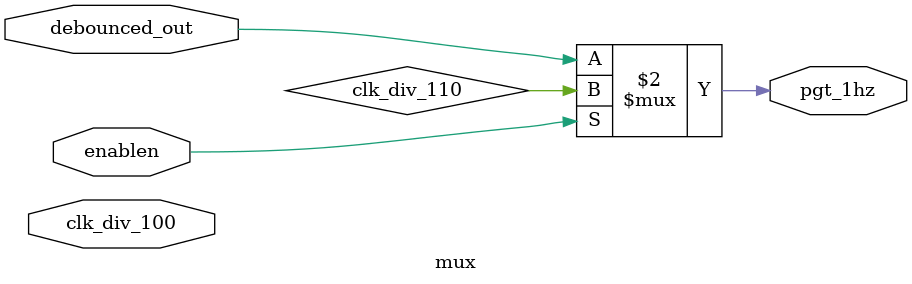
<source format=v>
module mux
  (input wire enablen,
   input wire clk_div_100,
   input wire debounced_out,
   output wire pgt_1hz);
  

assign pgt_1hz = (!enablen ? debounced_out : clk_div_110);
  
endmodule
</source>
